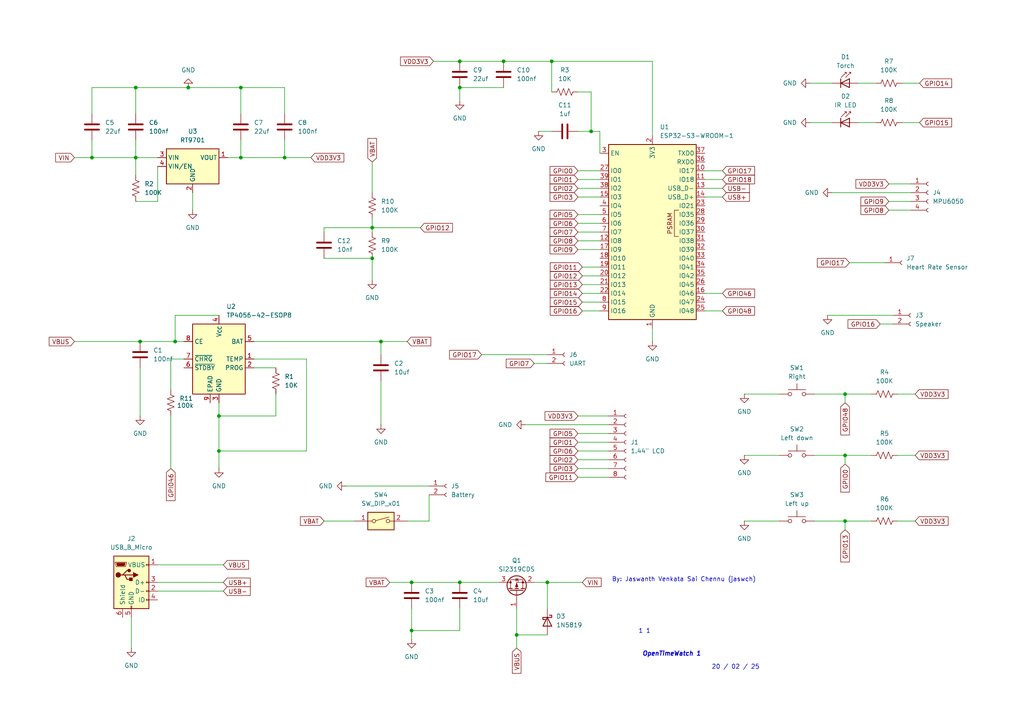
<source format=kicad_sch>
(kicad_sch (version 20250114) (generator "eeschema") (generator_version "9.0")
  (paper "A4")
  (lib_symbols
    (symbol "Battery_Management:TP4056-42-ESOP8"
      (property "Reference" "U" (at -6.604 11.684 0))
      (property "Value" "TP4056-42-ESOP8" (at 10.16 11.684 0))
      (symbol "TP4056-42-ESOP8_1_0"
        (pin input line (at -10.16 5.08 0) (length 2.54) (name "CE") (number "8"))
        (pin open_collector line (at -10.16 0 0) (length 2.54) (name "~{CHRG}") (number "7"))
        (pin open_collector line (at -10.16 -2.54 0) (length 2.54) (name "~{STDBY}") (number "6"))
        (pin passive line (at -2.54 -12.7 90) (length 2.54) (name "EPAD") (number "9"))
        (pin power_in line (at 0 12.7 270) (length 2.54) (name "V_{CC}") (number "4"))
        (pin power_in line (at 0 -12.7 90) (length 2.54) (name "GND") (number "3"))
        (pin power_out line (at 10.16 5.08 180) (length 2.54) (name "BAT") (number "5"))
        (pin input line (at 10.16 0 180) (length 2.54) (name "TEMP") (number "1"))
        (pin passive line (at 10.16 -2.54 180) (length 2.54) (name "PROG") (number "2"))
      )
      (symbol "TP4056-42-ESOP8_1_1"
        (rectangle (start -7.62 10.16) (end 7.62 -10.16) (stroke (width 0.254)) (fill (type background)))
      )
    )
    (symbol "Connector:Conn_01x01_Socket" (pin_names (offset 1.016) (hide yes))
      (property "Reference" "J" (at 0 2.54 0))
      (property "Value" "Conn_01x01_Socket" (at 0 -2.54 0))
      (symbol "Conn_01x01_Socket_1_1"
        (polyline (pts (xy -1.27 0) (xy -0.508 0)) (stroke (width 0.1524)))
        (arc (start 0 -0.508) (mid -0.5058 0) (end 0 0.508) (stroke (width 0.1524)))
        (pin passive line (at -5.08 0 0) (length 3.81) (name "Pin_1") (number "1"))
      )
    )
    (symbol "Connector:Conn_01x02_Socket" (pin_names (offset 1.016) (hide yes))
      (property "Reference" "J" (at 0 2.54 0))
      (property "Value" "Conn_01x02_Socket" (at 0 -5.08 0))
      (symbol "Conn_01x02_Socket_1_1"
        (polyline (pts (xy -1.27 0) (xy -0.508 0)) (stroke (width 0.1524)))
        (polyline (pts (xy -1.27 -2.54) (xy -0.508 -2.54)) (stroke (width 0.1524)))
        (arc (start 0 -0.508) (mid -0.5058 0) (end 0 0.508) (stroke (width 0.1524)))
        (arc (start 0 -3.048) (mid -0.5058 -2.54) (end 0 -2.032) (stroke (width 0.1524)))
        (pin passive line (at -5.08 0 0) (length 3.81) (name "Pin_1") (number "1"))
        (pin passive line (at -5.08 -2.54 0) (length 3.81) (name "Pin_2") (number "2"))
      )
    )
    (symbol "Connector:Conn_01x04_Socket" (pin_names (offset 1.016) (hide yes))
      (property "Reference" "J" (at 0 5.08 0))
      (property "Value" "Conn_01x04_Socket" (at 0 -7.62 0))
      (symbol "Conn_01x04_Socket_1_1"
        (polyline (pts (xy -1.27 2.54) (xy -0.508 2.54)) (stroke (width 0.1524)))
        (polyline (pts (xy -1.27 0) (xy -0.508 0)) (stroke (width 0.1524)))
        (polyline (pts (xy -1.27 -2.54) (xy -0.508 -2.54)) (stroke (width 0.1524)))
        (polyline (pts (xy -1.27 -5.08) (xy -0.508 -5.08)) (stroke (width 0.1524)))
        (arc (start 0 2.032) (mid -0.5058 2.54) (end 0 3.048) (stroke (width 0.1524)))
        (arc (start 0 -0.508) (mid -0.5058 0) (end 0 0.508) (stroke (width 0.1524)))
        (arc (start 0 -3.048) (mid -0.5058 -2.54) (end 0 -2.032) (stroke (width 0.1524)))
        (arc (start 0 -5.588) (mid -0.5058 -5.08) (end 0 -4.572) (stroke (width 0.1524)))
        (pin passive line (at -5.08 2.54 0) (length 3.81) (name "Pin_1") (number "1"))
        (pin passive line (at -5.08 0 0) (length 3.81) (name "Pin_2") (number "2"))
        (pin passive line (at -5.08 -2.54 0) (length 3.81) (name "Pin_3") (number "3"))
        (pin passive line (at -5.08 -5.08 0) (length 3.81) (name "Pin_4") (number "4"))
      )
    )
    (symbol "Connector:Conn_01x08_Socket" (pin_names (offset 1.016) (hide yes))
      (property "Reference" "J" (at 0 10.16 0))
      (property "Value" "Conn_01x08_Socket" (at 0 -12.7 0))
      (symbol "Conn_01x08_Socket_1_1"
        (polyline (pts (xy -1.27 7.62) (xy -0.508 7.62)) (stroke (width 0.1524)))
        (polyline (pts (xy -1.27 5.08) (xy -0.508 5.08)) (stroke (width 0.1524)))
        (polyline (pts (xy -1.27 2.54) (xy -0.508 2.54)) (stroke (width 0.1524)))
        (polyline (pts (xy -1.27 0) (xy -0.508 0)) (stroke (width 0.1524)))
        (polyline (pts (xy -1.27 -2.54) (xy -0.508 -2.54)) (stroke (width 0.1524)))
        (polyline (pts (xy -1.27 -5.08) (xy -0.508 -5.08)) (stroke (width 0.1524)))
        (polyline (pts (xy -1.27 -7.62) (xy -0.508 -7.62)) (stroke (width 0.1524)))
        (polyline (pts (xy -1.27 -10.16) (xy -0.508 -10.16)) (stroke (width 0.1524)))
        (arc (start 0 7.112) (mid -0.5058 7.62) (end 0 8.128) (stroke (width 0.1524)))
        (arc (start 0 4.572) (mid -0.5058 5.08) (end 0 5.588) (stroke (width 0.1524)))
        (arc (start 0 2.032) (mid -0.5058 2.54) (end 0 3.048) (stroke (width 0.1524)))
        (arc (start 0 -0.508) (mid -0.5058 0) (end 0 0.508) (stroke (width 0.1524)))
        (arc (start 0 -3.048) (mid -0.5058 -2.54) (end 0 -2.032) (stroke (width 0.1524)))
        (arc (start 0 -5.588) (mid -0.5058 -5.08) (end 0 -4.572) (stroke (width 0.1524)))
        (arc (start 0 -8.128) (mid -0.5058 -7.62) (end 0 -7.112) (stroke (width 0.1524)))
        (arc (start 0 -10.668) (mid -0.5058 -10.16) (end 0 -9.652) (stroke (width 0.1524)))
        (pin passive line (at -5.08 7.62 0) (length 3.81) (name "Pin_1") (number "1"))
        (pin passive line (at -5.08 5.08 0) (length 3.81) (name "Pin_2") (number "2"))
        (pin passive line (at -5.08 2.54 0) (length 3.81) (name "Pin_3") (number "3"))
        (pin passive line (at -5.08 0 0) (length 3.81) (name "Pin_4") (number "4"))
        (pin passive line (at -5.08 -2.54 0) (length 3.81) (name "Pin_5") (number "5"))
        (pin passive line (at -5.08 -5.08 0) (length 3.81) (name "Pin_6") (number "6"))
        (pin passive line (at -5.08 -7.62 0) (length 3.81) (name "Pin_7") (number "7"))
        (pin passive line (at -5.08 -10.16 0) (length 3.81) (name "Pin_8") (number "8"))
      )
    )
    (symbol "Connector:USB_B_Micro" (pin_names (offset 1.016))
      (property "Reference" "J" (at -5.08 11.43 0))
      (property "Value" "USB_B_Micro" (at -5.08 8.89 0))
      (symbol "USB_B_Micro_0_1"
        (rectangle (start -5.08 -7.62) (end 5.08 7.62) (stroke (width 0.254)) (fill (type background)))
        (polyline (pts (xy -4.699 5.842) (xy -4.699 5.588) (xy -4.445 4.826) (xy -4.445 4.572) (xy -1.651 4.572) (xy -1.651 4.826) (xy -1.397 5.588) (xy -1.397 5.842) (xy -4.699 5.842)))
        (polyline (pts (xy -4.318 5.588) (xy -1.778 5.588) (xy -2.032 4.826) (xy -4.064 4.826) (xy -4.318 5.588)) (fill (type outline)))
        (circle (center -3.81 2.159) (radius 0.635) (stroke (width 0.254)) (fill (type outline)))
        (polyline (pts (xy -3.175 2.159) (xy -2.54 2.159) (xy -1.27 3.429) (xy -0.635 3.429)) (stroke (width 0.254)))
        (polyline (pts (xy -2.54 2.159) (xy -1.905 2.159) (xy -1.27 0.889) (xy 0 0.889)) (stroke (width 0.254)))
        (polyline (pts (xy -1.905 2.159) (xy 0.635 2.159)) (stroke (width 0.254)))
        (circle (center -0.635 3.429) (radius 0.381) (stroke (width 0.254)) (fill (type outline)))
        (rectangle (start -0.127 -7.62) (end 0.127 -6.858))
        (rectangle (start 0.254 1.27) (end -0.508 0.508) (stroke (width 0.254)) (fill (type outline)))
        (polyline (pts (xy 0.635 2.794) (xy 0.635 1.524) (xy 1.905 2.159) (xy 0.635 2.794)) (stroke (width 0.254)) (fill (type outline)))
        (rectangle (start 5.08 4.953) (end 4.318 5.207))
        (rectangle (start 5.08 -0.127) (end 4.318 0.127))
        (rectangle (start 5.08 -2.667) (end 4.318 -2.413))
        (rectangle (start 5.08 -5.207) (end 4.318 -4.953))
      )
      (symbol "USB_B_Micro_1_1"
        (pin passive line (at -2.54 -10.16 90) (length 2.54) (name "Shield") (number "6"))
        (pin power_out line (at 0 -10.16 90) (length 2.54) (name "GND") (number "5"))
        (pin power_out line (at 7.62 5.08 180) (length 2.54) (name "VBUS") (number "1"))
        (pin bidirectional line (at 7.62 0 180) (length 2.54) (name "D+") (number "3"))
        (pin bidirectional line (at 7.62 -2.54 180) (length 2.54) (name "D-") (number "2"))
        (pin passive line (at 7.62 -5.08 180) (length 2.54) (name "ID") (number "4"))
      )
    )
    (symbol "Device:C" (pin_numbers (hide yes)) (pin_names (offset 0.254))
      (property "Reference" "C" (at 0.635 2.54 0))
      (property "Value" "C" (at 0.635 -2.54 0))
      (symbol "C_0_1"
        (polyline (pts (xy -2.032 0.762) (xy 2.032 0.762)) (stroke (width 0.508)))
        (polyline (pts (xy -2.032 -0.762) (xy 2.032 -0.762)) (stroke (width 0.508)))
      )
      (symbol "C_1_1"
        (pin passive line (at 0 3.81 270) (length 2.794) (name "~") (number "1"))
        (pin passive line (at 0 -3.81 90) (length 2.794) (name "~") (number "2"))
      )
    )
    (symbol "Device:R_US" (pin_numbers (hide yes)) (pin_names (offset 0))
      (property "Reference" "R" (at 2.54 0 90))
      (property "Value" "R_US" (at -2.54 0 90))
      (symbol "R_US_0_1"
        (polyline (pts (xy 0 2.286) (xy 0 2.54)))
        (polyline (pts (xy 0 2.286) (xy 1.016 1.905) (xy 0 1.524) (xy -1.016 1.143) (xy 0 0.762)))
        (polyline (pts (xy 0 0.762) (xy 1.016 0.381) (xy 0 0) (xy -1.016 -0.381) (xy 0 -0.762)))
        (polyline (pts (xy 0 -0.762) (xy 1.016 -1.143) (xy 0 -1.524) (xy -1.016 -1.905) (xy 0 -2.286)))
        (polyline (pts (xy 0 -2.286) (xy 0 -2.54)))
      )
      (symbol "R_US_1_1"
        (pin passive line (at 0 3.81 270) (length 1.27) (name "~") (number "1"))
        (pin passive line (at 0 -3.81 90) (length 1.27) (name "~") (number "2"))
      )
    )
    (symbol "Diode:1N5819" (pin_numbers (hide yes)) (pin_names (offset 1.016) (hide yes))
      (property "Reference" "D" (at 0 2.54 0))
      (property "Value" "1N5819" (at 0 -2.54 0))
      (symbol "1N5819_0_1"
        (polyline (pts (xy -1.905 0.635) (xy -1.905 1.27) (xy -1.27 1.27) (xy -1.27 -1.27) (xy -0.635 -1.27) (xy -0.635 -0.635)) (stroke (width 0.254)))
        (polyline (pts (xy 1.27 1.27) (xy 1.27 -1.27) (xy -1.27 0) (xy 1.27 1.27)) (stroke (width 0.254)))
        (polyline (pts (xy 1.27 0) (xy -1.27 0)))
      )
      (symbol "1N5819_1_1"
        (pin passive line (at -3.81 0 0) (length 2.54) (name "K") (number "1"))
        (pin passive line (at 3.81 0 180) (length 2.54) (name "A") (number "2"))
      )
    )
    (symbol "LED:IR204A" (pin_numbers (hide yes)) (pin_names (offset 1.016) (hide yes))
      (property "Reference" "D" (at 0.508 1.778 0))
      (property "Value" "IR204A" (at -1.016 -2.794 0))
      (symbol "IR204A_0_1"
        (polyline (pts (xy -2.54 1.27) (xy -2.54 -1.27)) (stroke (width 0.254)))
        (polyline (pts (xy -2.413 1.651) (xy -0.889 3.175) (xy -0.889 2.667) (xy -0.889 3.175) (xy -1.397 3.175)))
        (polyline (pts (xy -1.143 1.651) (xy 0.381 3.175) (xy 0.381 2.667)))
        (polyline (pts (xy 0 1.27) (xy -2.54 0) (xy 0 -1.27) (xy 0 1.27)) (stroke (width 0.254)))
        (polyline (pts (xy 0 0) (xy -2.54 0)))
        (polyline (pts (xy 0.381 3.175) (xy -0.127 3.175)))
      )
      (symbol "IR204A_1_1"
        (pin passive line (at -5.08 0 0) (length 2.54) (name "K") (number "1"))
        (pin passive line (at 2.54 0 180) (length 2.54) (name "A") (number "2"))
      )
    )
    (symbol "Power_Management:RT9701"
      (property "Reference" "U" (at 0 6.35 0))
      (property "Value" "RT9701" (at 5.08 -6.35 0))
      (symbol "RT9701_0_1"
        (rectangle (start -7.62 5.08) (end 7.62 -5.08) (stroke (width 0.254)) (fill (type background)))
      )
      (symbol "RT9701_1_1"
        (pin power_in line (at -10.16 2.54 0) (length 2.54) (name "VIN") (number "3"))
        (pin input line (at -10.16 0 0) (length 2.54) (name "VIN/EN") (number "4"))
        (pin power_in line (at 0 -7.62 90) (length 2.54) (name "GND") (number "2"))
        (pin power_out line (at 10.16 2.54 180) (length 2.54) (name "VOUT") (number "1"))
        (pin passive line (at 10.16 2.54 180) (length 2.54) (hide yes) (name "VOUT") (number "5"))
      )
    )
    (symbol "RF_Module:ESP32-S3-WROOM-1"
      (property "Reference" "U" (at -12.7 26.67 0))
      (property "Value" "ESP32-S3-WROOM-1" (at 12.7 26.67 0))
      (symbol "ESP32-S3-WROOM-1_0_0"
        (rectangle (start -12.7 25.4) (end 12.7 -25.4) (stroke (width 0.254)) (fill (type background)))
        (text "PSRAM" (at 5.08 2.54 900) (effects (font (size 1.27 1.27))))
      )
      (symbol "ESP32-S3-WROOM-1_0_1"
        (polyline (pts (xy 7.62 -1.27) (xy 6.35 -1.27) (xy 6.35 6.35) (xy 7.62 6.35)))
      )
      (symbol "ESP32-S3-WROOM-1_1_1"
        (pin input line (at -15.24 22.86 0) (length 2.54) (name "EN") (number "3"))
        (pin bidirectional line (at -15.24 17.78 0) (length 2.54) (name "IO0") (number "27"))
        (pin bidirectional line (at -15.24 15.24 0) (length 2.54) (name "IO1") (number "39"))
        (pin bidirectional line (at -15.24 12.7 0) (length 2.54) (name "IO2") (number "38"))
        (pin bidirectional line (at -15.24 10.16 0) (length 2.54) (name "IO3") (number "15"))
        (pin bidirectional line (at -15.24 7.62 0) (length 2.54) (name "IO4") (number "4"))
        (pin bidirectional line (at -15.24 5.08 0) (length 2.54) (name "IO5") (number "5"))
        (pin bidirectional line (at -15.24 2.54 0) (length 2.54) (name "IO6") (number "6"))
        (pin bidirectional line (at -15.24 0 0) (length 2.54) (name "IO7") (number "7"))
        (pin bidirectional line (at -15.24 -2.54 0) (length 2.54) (name "IO8") (number "12"))
        (pin bidirectional line (at -15.24 -5.08 0) (length 2.54) (name "IO9") (number "17"))
        (pin bidirectional line (at -15.24 -7.62 0) (length 2.54) (name "IO10") (number "18"))
        (pin bidirectional line (at -15.24 -10.16 0) (length 2.54) (name "IO11") (number "19"))
        (pin bidirectional line (at -15.24 -12.7 0) (length 2.54) (name "IO12") (number "20"))
        (pin bidirectional line (at -15.24 -15.24 0) (length 2.54) (name "IO13") (number "21"))
        (pin bidirectional line (at -15.24 -17.78 0) (length 2.54) (name "IO14") (number "22"))
        (pin bidirectional line (at -15.24 -20.32 0) (length 2.54) (name "IO15") (number "8"))
        (pin bidirectional line (at -15.24 -22.86 0) (length 2.54) (name "IO16") (number "9"))
        (pin power_in line (at 0 27.94 270) (length 2.54) (name "3V3") (number "2"))
        (pin power_in line (at 0 -27.94 90) (length 2.54) (name "GND") (number "1"))
        (pin passive line (at 0 -27.94 90) (length 2.54) (hide yes) (name "GND") (number "40"))
        (pin passive line (at 0 -27.94 90) (length 2.54) (hide yes) (name "GND") (number "41"))
        (pin bidirectional line (at 15.24 22.86 180) (length 2.54) (name "TXD0") (number "37"))
        (pin bidirectional line (at 15.24 20.32 180) (length 2.54) (name "RXD0") (number "36"))
        (pin bidirectional line (at 15.24 17.78 180) (length 2.54) (name "IO17") (number "10"))
        (pin bidirectional line (at 15.24 15.24 180) (length 2.54) (name "IO18") (number "11"))
        (pin bidirectional line (at 15.24 12.7 180) (length 2.54) (name "USB_D-") (number "13"))
        (pin bidirectional line (at 15.24 10.16 180) (length 2.54) (name "USB_D+") (number "14"))
        (pin bidirectional line (at 15.24 7.62 180) (length 2.54) (name "IO21") (number "23"))
        (pin bidirectional line (at 15.24 5.08 180) (length 2.54) (name "IO35") (number "28"))
        (pin bidirectional line (at 15.24 2.54 180) (length 2.54) (name "IO36") (number "29"))
        (pin bidirectional line (at 15.24 0 180) (length 2.54) (name "IO37") (number "30"))
        (pin bidirectional line (at 15.24 -2.54 180) (length 2.54) (name "IO38") (number "31"))
        (pin bidirectional line (at 15.24 -5.08 180) (length 2.54) (name "IO39") (number "32"))
        (pin bidirectional line (at 15.24 -7.62 180) (length 2.54) (name "IO40") (number "33"))
        (pin bidirectional line (at 15.24 -10.16 180) (length 2.54) (name "IO41") (number "34"))
        (pin bidirectional line (at 15.24 -12.7 180) (length 2.54) (name "IO42") (number "35"))
        (pin bidirectional line (at 15.24 -15.24 180) (length 2.54) (name "IO45") (number "26"))
        (pin bidirectional line (at 15.24 -17.78 180) (length 2.54) (name "IO46") (number "16"))
        (pin bidirectional line (at 15.24 -20.32 180) (length 2.54) (name "IO47") (number "24"))
        (pin bidirectional line (at 15.24 -22.86 180) (length 2.54) (name "IO48") (number "25"))
      )
    )
    (symbol "Switch:SW_DIP_x01" (pin_names (offset 0) (hide yes))
      (property "Reference" "SW" (at 0 3.81 0))
      (property "Value" "SW_DIP_x01" (at 0 -3.81 0))
      (symbol "SW_DIP_x01_0_0"
        (circle (center -2.032 0) (radius 0.508))
        (polyline (pts (xy -1.524 0.127) (xy 2.3622 1.1684)))
        (circle (center 2.032 0) (radius 0.508))
      )
      (symbol "SW_DIP_x01_0_1"
        (rectangle (start -3.81 2.54) (end 3.81 -2.54) (stroke (width 0.254)) (fill (type background)))
      )
      (symbol "SW_DIP_x01_1_1"
        (pin passive line (at -7.62 0 0) (length 5.08) (name "~") (number "1"))
        (pin passive line (at 7.62 0 180) (length 5.08) (name "~") (number "2"))
      )
    )
    (symbol "Switch:SW_Push" (pin_numbers (hide yes)) (pin_names (offset 1.016) (hide yes))
      (property "Reference" "SW" (at 1.27 2.54 0))
      (property "Value" "SW_Push" (at 0 -1.524 0))
      (symbol "SW_Push_0_1"
        (circle (center -2.032 0) (radius 0.508))
        (polyline (pts (xy 0 1.27) (xy 0 3.048)))
        (circle (center 2.032 0) (radius 0.508))
        (polyline (pts (xy 2.54 1.27) (xy -2.54 1.27)))
        (pin passive line (at -5.08 0 0) (length 2.54) (name "1") (number "1"))
        (pin passive line (at 5.08 0 180) (length 2.54) (name "2") (number "2"))
      )
    )
    (symbol "Transistor_FET:Si2319CDS" (pin_names (hide yes))
      (property "Reference" "Q" (at 5.08 1.905 0))
      (property "Value" "Si2319CDS" (at 5.08 0 0))
      (symbol "Si2319CDS_0_1"
        (polyline (pts (xy 0.254 1.905) (xy 0.254 -1.905)) (stroke (width 0.254)))
        (polyline (pts (xy 0.254 0) (xy -2.54 0)))
        (polyline (pts (xy 0.762 2.286) (xy 0.762 1.27)) (stroke (width 0.254)))
        (polyline (pts (xy 0.762 1.778) (xy 3.302 1.778) (xy 3.302 -1.778) (xy 0.762 -1.778)))
        (polyline (pts (xy 0.762 0.508) (xy 0.762 -0.508)) (stroke (width 0.254)))
        (polyline (pts (xy 0.762 -1.27) (xy 0.762 -2.286)) (stroke (width 0.254)))
        (circle (center 1.651 0) (radius 2.794) (stroke (width 0.254)))
        (polyline (pts (xy 2.286 0) (xy 1.27 0.381) (xy 1.27 -0.381) (xy 2.286 0)) (fill (type outline)))
        (polyline (pts (xy 2.54 2.54) (xy 2.54 1.778)))
        (circle (center 2.54 1.778) (radius 0.254) (fill (type outline)))
        (circle (center 2.54 -1.778) (radius 0.254) (fill (type outline)))
        (polyline (pts (xy 2.54 -2.54) (xy 2.54 0) (xy 0.762 0)))
        (polyline (pts (xy 2.794 -0.508) (xy 2.921 -0.381) (xy 3.683 -0.381) (xy 3.81 -0.254)))
        (polyline (pts (xy 3.302 -0.381) (xy 2.921 0.254) (xy 3.683 0.254) (xy 3.302 -0.381)))
      )
      (symbol "Si2319CDS_1_1"
        (pin input line (at -5.08 0 0) (length 2.54) (name "G") (number "1"))
        (pin passive line (at 2.54 5.08 270) (length 2.54) (name "D") (number "3"))
        (pin passive line (at 2.54 -5.08 90) (length 2.54) (name "S") (number "2"))
      )
    )
    (symbol "power:GND" (power) (pin_numbers (hide yes)) (pin_names (offset 0) (hide yes))
      (property "Value" "GND" (at 0 -3.81 0))
      (symbol "GND_0_1"
        (polyline (pts (xy 0 0) (xy 0 -1.27) (xy 1.27 -1.27) (xy 0 -2.54) (xy -1.27 -1.27) (xy 0 -1.27)))
      )
      (symbol "GND_1_1"
        (pin power_in line (at 0 0 270) (length 0) (name "~") (number "1"))
      )
    )
  )
  (text "1 1" (at 186.944 183.134 0) (effects (font (size 1.27 1.27))))
  (text "20 / 02 / 25" (at 213.36 193.548 0) (effects (font (size 1.27 1.27))))
  (text "By: Jaswanth Venkata Sai Chennu (jaswch)" (at 198.374 168.148 0) (effects (font (size 1.27 1.27))))
  (text "OpenTimeWatch 1" (at 194.818 189.738 0) (effects (font (size 1.27 1.27) (thickness 0.254) (bold yes) (italic yes))))
  (junction (at 171.45 38.1))
  (junction (at 50.8 99.06))
  (junction (at 245.11 151.13))
  (junction (at 63.5 130.81))
  (junction (at 158.75 168.91))
  (junction (at 69.85 25.4))
  (junction (at 245.11 132.08))
  (junction (at 110.49 99.06))
  (junction (at 119.38 168.91))
  (junction (at 39.37 25.4))
  (junction (at 133.35 17.78))
  (junction (at 54.61 25.4))
  (junction (at 39.37 45.72))
  (junction (at 107.95 74.93))
  (junction (at 69.85 45.72))
  (junction (at 133.35 25.4))
  (junction (at 107.95 66.04))
  (junction (at 63.5 120.65))
  (junction (at 133.35 168.91))
  (junction (at 26.67 45.72))
  (junction (at 245.11 114.3))
  (junction (at 160.02 17.78))
  (junction (at 82.55 45.72))
  (junction (at 119.38 182.88))
  (junction (at 146.05 17.78))
  (junction (at 149.86 184.15))
  (junction (at 40.64 99.06))
  (wire (pts (xy 215.9 132.08) (xy 226.06 132.08)))
  (wire (pts (xy 80.01 120.65) (xy 63.5 120.65)))
  (wire (pts (xy 167.64 72.39) (xy 173.99 72.39)))
  (wire (pts (xy 245.11 153.67) (xy 245.11 151.13)))
  (wire (pts (xy 215.9 151.13) (xy 226.06 151.13)))
  (wire (pts (xy 133.35 25.4) (xy 133.35 29.21)))
  (wire (pts (xy 234.95 35.56) (xy 241.3 35.56)))
  (wire (pts (xy 149.86 184.15) (xy 158.75 184.15)))
  (wire (pts (xy 39.37 45.72) (xy 45.72 45.72)))
  (wire (pts (xy 133.35 17.78) (xy 146.05 17.78)))
  (wire (pts (xy 133.35 182.88) (xy 119.38 182.88)))
  (wire (pts (xy 133.35 168.91) (xy 144.78 168.91)))
  (wire (pts (xy 257.81 58.42) (xy 264.16 58.42)))
  (wire (pts (xy 234.95 24.13) (xy 241.3 24.13)))
  (wire (pts (xy 167.64 67.31) (xy 173.99 67.31)))
  (wire (pts (xy 93.98 67.31) (xy 93.98 66.04)))
  (wire (pts (xy 69.85 45.72) (xy 82.55 45.72)))
  (wire (pts (xy 119.38 168.91) (xy 133.35 168.91)))
  (wire (pts (xy 133.35 25.4) (xy 146.05 25.4)))
  (wire (pts (xy 240.03 91.44) (xy 259.08 91.44)))
  (wire (pts (xy 125.73 17.78) (xy 133.35 17.78)))
  (wire (pts (xy 167.64 135.89) (xy 176.53 135.89)))
  (wire (pts (xy 107.95 74.93) (xy 107.95 81.28)))
  (wire (pts (xy 168.91 82.55) (xy 173.99 82.55)))
  (wire (pts (xy 45.72 168.91) (xy 64.77 168.91)))
  (wire (pts (xy 167.64 130.81) (xy 176.53 130.81)))
  (wire (pts (xy 154.94 168.91) (xy 158.75 168.91)))
  (wire (pts (xy 93.98 74.93) (xy 107.95 74.93)))
  (wire (pts (xy 167.64 49.53) (xy 173.99 49.53)))
  (wire (pts (xy 39.37 25.4) (xy 54.61 25.4)))
  (wire (pts (xy 107.95 63.5) (xy 107.95 66.04)))
  (wire (pts (xy 246.38 76.2) (xy 256.54 76.2)))
  (wire (pts (xy 69.85 25.4) (xy 69.85 33.02)))
  (wire (pts (xy 39.37 58.42) (xy 45.72 58.42)))
  (wire (pts (xy 69.85 25.4) (xy 54.61 25.4)))
  (wire (pts (xy 113.03 168.91) (xy 119.38 168.91)))
  (wire (pts (xy 260.35 132.08) (xy 265.43 132.08)))
  (wire (pts (xy 152.4 123.19) (xy 176.53 123.19)))
  (wire (pts (xy 167.64 128.27) (xy 176.53 128.27)))
  (wire (pts (xy 69.85 40.64) (xy 69.85 45.72)))
  (wire (pts (xy 133.35 176.53) (xy 133.35 182.88)))
  (wire (pts (xy 248.92 35.56) (xy 254 35.56)))
  (wire (pts (xy 168.91 90.17) (xy 173.99 90.17)))
  (wire (pts (xy 167.64 133.35) (xy 176.53 133.35)))
  (wire (pts (xy 55.88 55.88) (xy 55.88 60.96)))
  (wire (pts (xy 158.75 168.91) (xy 158.75 176.53)))
  (wire (pts (xy 167.64 64.77) (xy 173.99 64.77)))
  (wire (pts (xy 149.86 176.53) (xy 149.86 184.15)))
  (wire (pts (xy 139.7 102.87) (xy 158.75 102.87)))
  (wire (pts (xy 63.5 135.89) (xy 63.5 130.81)))
  (wire (pts (xy 167.64 26.67) (xy 171.45 26.67)))
  (wire (pts (xy 260.35 151.13) (xy 265.43 151.13)))
  (wire (pts (xy 154.94 105.41) (xy 158.75 105.41)))
  (wire (pts (xy 204.47 52.07) (xy 209.55 52.07)))
  (wire (pts (xy 245.11 134.62) (xy 245.11 132.08)))
  (wire (pts (xy 21.59 99.06) (xy 40.64 99.06)))
  (wire (pts (xy 63.5 116.84) (xy 63.5 120.65)))
  (wire (pts (xy 236.22 114.3) (xy 245.11 114.3)))
  (wire (pts (xy 39.37 40.64) (xy 39.37 45.72)))
  (wire (pts (xy 26.67 33.02) (xy 26.67 25.4)))
  (wire (pts (xy 50.8 91.44) (xy 50.8 99.06)))
  (wire (pts (xy 93.98 66.04) (xy 107.95 66.04)))
  (wire (pts (xy 63.5 91.44) (xy 50.8 91.44)))
  (wire (pts (xy 119.38 176.53) (xy 119.38 182.88)))
  (wire (pts (xy 107.95 66.04) (xy 107.95 67.31)))
  (wire (pts (xy 88.9 130.81) (xy 63.5 130.81)))
  (wire (pts (xy 168.91 80.01) (xy 173.99 80.01)))
  (wire (pts (xy 160.02 17.78) (xy 146.05 17.78)))
  (wire (pts (xy 160.02 17.78) (xy 160.02 26.67)))
  (wire (pts (xy 149.86 184.15) (xy 149.86 187.96)))
  (wire (pts (xy 236.22 151.13) (xy 245.11 151.13)))
  (wire (pts (xy 124.46 151.13) (xy 118.11 151.13)))
  (wire (pts (xy 236.22 132.08) (xy 245.11 132.08)))
  (wire (pts (xy 255.27 93.98) (xy 259.08 93.98)))
  (wire (pts (xy 40.64 99.06) (xy 50.8 99.06)))
  (wire (pts (xy 100.33 140.97) (xy 124.46 140.97)))
  (wire (pts (xy 49.53 120.65) (xy 49.53 135.89)))
  (wire (pts (xy 110.49 99.06) (xy 118.11 99.06)))
  (wire (pts (xy 107.95 66.04) (xy 121.92 66.04)))
  (wire (pts (xy 45.72 171.45) (xy 64.77 171.45)))
  (wire (pts (xy 189.23 17.78) (xy 160.02 17.78)))
  (wire (pts (xy 110.49 99.06) (xy 110.49 102.87)))
  (wire (pts (xy 171.45 26.67) (xy 171.45 38.1)))
  (wire (pts (xy 167.64 52.07) (xy 173.99 52.07)))
  (wire (pts (xy 21.59 45.72) (xy 26.67 45.72)))
  (wire (pts (xy 124.46 143.51) (xy 124.46 151.13)))
  (wire (pts (xy 167.64 125.73) (xy 176.53 125.73)))
  (wire (pts (xy 189.23 95.25) (xy 189.23 99.06)))
  (wire (pts (xy 167.64 120.65) (xy 176.53 120.65)))
  (wire (pts (xy 73.66 104.14) (xy 88.9 104.14)))
  (wire (pts (xy 167.64 62.23) (xy 173.99 62.23)))
  (wire (pts (xy 245.11 114.3) (xy 252.73 114.3)))
  (wire (pts (xy 245.11 132.08) (xy 252.73 132.08)))
  (wire (pts (xy 38.1 179.07) (xy 38.1 187.96)))
  (wire (pts (xy 204.47 54.61) (xy 209.55 54.61)))
  (wire (pts (xy 245.11 116.84) (xy 245.11 114.3)))
  (wire (pts (xy 204.47 85.09) (xy 209.55 85.09)))
  (wire (pts (xy 107.95 46.99) (xy 107.95 55.88)))
  (wire (pts (xy 45.72 163.83) (xy 64.77 163.83)))
  (wire (pts (xy 39.37 45.72) (xy 39.37 50.8)))
  (wire (pts (xy 50.8 99.06) (xy 53.34 99.06)))
  (wire (pts (xy 245.11 151.13) (xy 252.73 151.13)))
  (wire (pts (xy 167.64 138.43) (xy 176.53 138.43)))
  (wire (pts (xy 82.55 45.72) (xy 90.17 45.72)))
  (wire (pts (xy 167.64 69.85) (xy 173.99 69.85)))
  (wire (pts (xy 248.92 24.13) (xy 254 24.13)))
  (wire (pts (xy 82.55 33.02) (xy 82.55 25.4)))
  (wire (pts (xy 173.99 44.45) (xy 173.99 38.1)))
  (wire (pts (xy 260.35 114.3) (xy 265.43 114.3)))
  (wire (pts (xy 45.72 58.42) (xy 45.72 48.26)))
  (wire (pts (xy 204.47 90.17) (xy 209.55 90.17)))
  (wire (pts (xy 173.99 38.1) (xy 171.45 38.1)))
  (wire (pts (xy 261.62 24.13) (xy 266.7 24.13)))
  (wire (pts (xy 241.3 55.88) (xy 264.16 55.88)))
  (wire (pts (xy 39.37 25.4) (xy 39.37 33.02)))
  (wire (pts (xy 40.64 106.68) (xy 40.64 120.65)))
  (wire (pts (xy 257.81 53.34) (xy 264.16 53.34)))
  (wire (pts (xy 168.91 77.47) (xy 173.99 77.47)))
  (wire (pts (xy 156.21 38.1) (xy 160.02 38.1)))
  (wire (pts (xy 171.45 38.1) (xy 167.64 38.1)))
  (wire (pts (xy 26.67 25.4) (xy 39.37 25.4)))
  (wire (pts (xy 73.66 106.68) (xy 80.01 106.68)))
  (wire (pts (xy 26.67 40.64) (xy 26.67 45.72)))
  (wire (pts (xy 82.55 40.64) (xy 82.55 45.72)))
  (wire (pts (xy 168.91 87.63) (xy 173.99 87.63)))
  (wire (pts (xy 63.5 130.81) (xy 63.5 120.65)))
  (wire (pts (xy 73.66 99.06) (xy 110.49 99.06)))
  (wire (pts (xy 204.47 49.53) (xy 209.55 49.53)))
  (wire (pts (xy 168.91 85.09) (xy 173.99 85.09)))
  (wire (pts (xy 53.34 104.14) (xy 49.53 104.14)))
  (wire (pts (xy 261.62 35.56) (xy 266.7 35.56)))
  (wire (pts (xy 93.98 151.13) (xy 102.87 151.13)))
  (wire (pts (xy 26.67 45.72) (xy 39.37 45.72)))
  (wire (pts (xy 49.53 104.14) (xy 49.53 113.03)))
  (wire (pts (xy 257.81 60.96) (xy 264.16 60.96)))
  (wire (pts (xy 66.04 45.72) (xy 69.85 45.72)))
  (wire (pts (xy 88.9 104.14) (xy 88.9 130.81)))
  (wire (pts (xy 189.23 39.37) (xy 189.23 17.78)))
  (wire (pts (xy 167.64 57.15) (xy 173.99 57.15)))
  (wire (pts (xy 215.9 114.3) (xy 226.06 114.3)))
  (wire (pts (xy 158.75 168.91) (xy 168.91 168.91)))
  (wire (pts (xy 82.55 25.4) (xy 69.85 25.4)))
  (wire (pts (xy 204.47 57.15) (xy 209.55 57.15)))
  (wire (pts (xy 119.38 182.88) (xy 119.38 185.42)))
  (wire (pts (xy 167.64 54.61) (xy 173.99 54.61)))
  (wire (pts (xy 80.01 114.3) (xy 80.01 120.65)))
  (wire (pts (xy 110.49 110.49) (xy 110.49 123.19)))
  (global_label "VBUS" (shape input) (at 64.77 163.83 0) (property "Intersheetrefs" "${INTERSHEET_REFS}" (effects (hide yes))))
  (global_label "GPIO8" (shape input) (at 257.81 60.96 180) (property "Intersheetrefs" "${INTERSHEET_REFS}" (effects (hide yes))))
  (global_label "VIN" (shape input) (at 168.91 168.91 0) (property "Intersheetrefs" "${INTERSHEET_REFS}" (effects (hide yes))))
  (global_label "GPIO17" (shape input) (at 246.38 76.2 180) (property "Intersheetrefs" "${INTERSHEET_REFS}" (effects (hide yes))))
  (global_label "GPIO13" (shape input) (at 245.11 153.67 270) (property "Intersheetrefs" "${INTERSHEET_REFS}" (effects (hide yes))))
  (global_label "GPIO14" (shape input) (at 168.91 85.09 180) (property "Intersheetrefs" "${INTERSHEET_REFS}" (effects (hide yes))))
  (global_label "GPIO48" (shape input) (at 209.55 90.17 0) (property "Intersheetrefs" "${INTERSHEET_REFS}" (effects (hide yes))))
  (global_label "GPIO12" (shape input) (at 121.92 66.04 0) (property "Intersheetrefs" "${INTERSHEET_REFS}" (effects (hide yes))))
  (global_label "GPIO46" (shape input) (at 209.55 85.09 0) (property "Intersheetrefs" "${INTERSHEET_REFS}" (effects (hide yes))))
  (global_label "GPIO9" (shape input) (at 167.64 72.39 180) (property "Intersheetrefs" "${INTERSHEET_REFS}" (effects (hide yes))))
  (global_label "GPIO6" (shape input) (at 167.64 64.77 180) (property "Intersheetrefs" "${INTERSHEET_REFS}" (effects (hide yes))))
  (global_label "VBAT" (shape input) (at 93.98 151.13 180) (property "Intersheetrefs" "${INTERSHEET_REFS}" (effects (hide yes))))
  (global_label "VDD3V3" (shape input) (at 167.64 120.65 180) (property "Intersheetrefs" "${INTERSHEET_REFS}" (effects (hide yes))))
  (global_label "GPIO1" (shape input) (at 167.64 52.07 180) (property "Intersheetrefs" "${INTERSHEET_REFS}" (effects (hide yes))))
  (global_label "VBAT" (shape input) (at 107.95 46.99 90) (property "Intersheetrefs" "${INTERSHEET_REFS}" (effects (hide yes))))
  (global_label "GPIO11" (shape input) (at 167.64 138.43 180) (property "Intersheetrefs" "${INTERSHEET_REFS}" (effects (hide yes))))
  (global_label "GPIO15" (shape input) (at 168.91 87.63 180) (property "Intersheetrefs" "${INTERSHEET_REFS}" (effects (hide yes))))
  (global_label "VDD3V3" (shape input) (at 265.43 151.13 0) (property "Intersheetrefs" "${INTERSHEET_REFS}" (effects (hide yes))))
  (global_label "GPIO17" (shape input) (at 139.7 102.87 180) (property "Intersheetrefs" "${INTERSHEET_REFS}" (effects (hide yes))))
  (global_label "GPIO7" (shape input) (at 167.64 67.31 180) (property "Intersheetrefs" "${INTERSHEET_REFS}" (effects (hide yes))))
  (global_label "GPIO3" (shape input) (at 167.64 57.15 180) (property "Intersheetrefs" "${INTERSHEET_REFS}" (effects (hide yes))))
  (global_label "GPIO15" (shape input) (at 266.7 35.56 0) (property "Intersheetrefs" "${INTERSHEET_REFS}" (effects (hide yes))))
  (global_label "GPIO16" (shape input) (at 168.91 90.17 180) (property "Intersheetrefs" "${INTERSHEET_REFS}" (effects (hide yes))))
  (global_label "GPIO8" (shape input) (at 167.64 69.85 180) (property "Intersheetrefs" "${INTERSHEET_REFS}" (effects (hide yes))))
  (global_label "VDD3V3" (shape input) (at 125.73 17.78 180) (property "Intersheetrefs" "${INTERSHEET_REFS}" (effects (hide yes))))
  (global_label "GPIO16" (shape input) (at 255.27 93.98 180) (property "Intersheetrefs" "${INTERSHEET_REFS}" (effects (hide yes))))
  (global_label "VDD3V3" (shape input) (at 257.81 53.34 180) (property "Intersheetrefs" "${INTERSHEET_REFS}" (effects (hide yes))))
  (global_label "USB-" (shape input) (at 209.55 54.61 0) (property "Intersheetrefs" "${INTERSHEET_REFS}" (effects (hide yes))))
  (global_label "GPIO18" (shape input) (at 209.55 52.07 0) (property "Intersheetrefs" "${INTERSHEET_REFS}" (effects (hide yes))))
  (global_label "GPIO9" (shape input) (at 257.81 58.42 180) (property "Intersheetrefs" "${INTERSHEET_REFS}" (effects (hide yes))))
  (global_label "GPIO13" (shape input) (at 168.91 82.55 180) (property "Intersheetrefs" "${INTERSHEET_REFS}" (effects (hide yes))))
  (global_label "GPIO7" (shape input) (at 154.94 105.41 180) (property "Intersheetrefs" "${INTERSHEET_REFS}" (effects (hide yes))))
  (global_label "VBUS" (shape input) (at 149.86 187.96 270) (property "Intersheetrefs" "${INTERSHEET_REFS}" (effects (hide yes))))
  (global_label "GPIO17" (shape input) (at 209.55 49.53 0) (property "Intersheetrefs" "${INTERSHEET_REFS}" (effects (hide yes))))
  (global_label "USB+" (shape input) (at 64.77 168.91 0) (property "Intersheetrefs" "${INTERSHEET_REFS}" (effects (hide yes))))
  (global_label "VIN" (shape input) (at 21.59 45.72 180) (property "Intersheetrefs" "${INTERSHEET_REFS}" (effects (hide yes))))
  (global_label "GPIO6" (shape input) (at 167.64 130.81 180) (property "Intersheetrefs" "${INTERSHEET_REFS}" (effects (hide yes))))
  (global_label "GPIO5" (shape input) (at 167.64 125.73 180) (property "Intersheetrefs" "${INTERSHEET_REFS}" (effects (hide yes))))
  (global_label "VBAT" (shape input) (at 118.11 99.06 0) (property "Intersheetrefs" "${INTERSHEET_REFS}" (effects (hide yes))))
  (global_label "VDD3V3" (shape input) (at 265.43 132.08 0) (property "Intersheetrefs" "${INTERSHEET_REFS}" (effects (hide yes))))
  (global_label "VDD3V3" (shape input) (at 90.17 45.72 0) (property "Intersheetrefs" "${INTERSHEET_REFS}" (effects (hide yes))))
  (global_label "GPIO46" (shape input) (at 49.53 135.89 270) (property "Intersheetrefs" "${INTERSHEET_REFS}" (effects (hide yes))))
  (global_label "GPIO5" (shape input) (at 167.64 62.23 180) (property "Intersheetrefs" "${INTERSHEET_REFS}" (effects (hide yes))))
  (global_label "GPIO12" (shape input) (at 168.91 80.01 180) (property "Intersheetrefs" "${INTERSHEET_REFS}" (effects (hide yes))))
  (global_label "GPIO0" (shape input) (at 167.64 49.53 180) (property "Intersheetrefs" "${INTERSHEET_REFS}" (effects (hide yes))))
  (global_label "USB-" (shape input) (at 64.77 171.45 0) (property "Intersheetrefs" "${INTERSHEET_REFS}" (effects (hide yes))))
  (global_label "GPIO0" (shape input) (at 245.11 134.62 270) (property "Intersheetrefs" "${INTERSHEET_REFS}" (effects (hide yes))))
  (global_label "GPIO48" (shape input) (at 245.11 116.84 270) (property "Intersheetrefs" "${INTERSHEET_REFS}" (effects (hide yes))))
  (global_label "USB+" (shape input) (at 209.55 57.15 0) (property "Intersheetrefs" "${INTERSHEET_REFS}" (effects (hide yes))))
  (global_label "GPIO14" (shape input) (at 266.7 24.13 0) (property "Intersheetrefs" "${INTERSHEET_REFS}" (effects (hide yes))))
  (global_label "GPIO11" (shape input) (at 168.91 77.47 180) (property "Intersheetrefs" "${INTERSHEET_REFS}" (effects (hide yes))))
  (global_label "GPIO1" (shape input) (at 167.64 128.27 180) (property "Intersheetrefs" "${INTERSHEET_REFS}" (effects (hide yes))))
  (global_label "GPIO2" (shape input) (at 167.64 133.35 180) (property "Intersheetrefs" "${INTERSHEET_REFS}" (effects (hide yes))))
  (global_label "GPIO3" (shape input) (at 167.64 135.89 180) (property "Intersheetrefs" "${INTERSHEET_REFS}" (effects (hide yes))))
  (global_label "VDD3V3" (shape input) (at 265.43 114.3 0) (property "Intersheetrefs" "${INTERSHEET_REFS}" (effects (hide yes))))
  (global_label "VBUS" (shape input) (at 21.59 99.06 180) (property "Intersheetrefs" "${INTERSHEET_REFS}" (effects (hide yes))))
  (global_label "GPIO2" (shape input) (at 167.64 54.61 180) (property "Intersheetrefs" "${INTERSHEET_REFS}" (effects (hide yes))))
  (global_label "VBAT" (shape input) (at 113.03 168.91 180) (property "Intersheetrefs" "${INTERSHEET_REFS}" (effects (hide yes))))
  (symbol (lib_id "Battery_Management:TP4056-42-ESOP8") (at 63.5 104.14 0) (unit 1)
    (property "Reference" "U2" (at 65.6433 88.9 0) (effects (justify left)))
    (property "Value" "TP4056-42-ESOP8" (at 65.6433 91.44 0) (effects (justify left)))
    (property "Footprint" "Package_SO:SOIC-8-1EP_3.9x4.9mm_P1.27mm_EP2.41x3.3mm_ThermalVias" (effects (hide yes)))
    (property "Datasheet" "https://www.lcsc.com/datasheet/lcsc_datasheet_2410121619_TOPPOWER-Nanjing-Extension-Microelectronics-TP4056-42-ESOP8_C16581.pdf" (effects (hide yes)))
    (property "Description" "1A Standalone Linear Li-ion/LiPo single-cell battery charger, 4.2V ±1% charge voltage, VCC = 4.0..8.0V, SOIC-8 (SOP-8)" (effects (hide yes)))
  )
  (symbol (lib_id "Device:C") (at 133.35 21.59 0) (unit 1)
    (property "Reference" "C9" (at 137.16 20.3199 0) (effects (justify left)))
    (property "Value" "22uf" (at 137.16 22.8599 0) (effects (justify left)))
    (property "Description" "Unpolarized capacitor" (effects (hide yes)))
  )
  (symbol (lib_id "Device:R_US") (at 107.95 59.69 0) (unit 1)
    (property "Reference" "R10" (at 110.49 58.4199 0) (effects (justify left)))
    (property "Value" "100K" (at 110.49 60.9599 0) (effects (justify left)))
    (property "Description" "Resistor, US symbol" (effects (hide yes)))
  )
  (symbol (lib_id "power:GND") (at 156.21 38.1 0) (unit 1)
    (property "Reference" "#PWR09" (effects (hide yes)))
    (property "Value" "GND" (at 156.21 43.18 0))
    (property "Description" "Power symbol creates a global label with name \"GND\" , ground" (effects (hide yes)))
  )
  (symbol (lib_id "power:GND") (at 110.49 123.19 0) (unit 1)
    (property "Reference" "#PWR04" (effects (hide yes)))
    (property "Value" "GND" (at 110.49 128.27 0))
    (property "Description" "Power symbol creates a global label with name \"GND\" , ground" (effects (hide yes)))
  )
  (symbol (lib_id "power:GND") (at 133.35 29.21 0) (unit 1)
    (property "Reference" "#PWR08" (effects (hide yes)))
    (property "Value" "GND" (at 133.35 34.29 0))
    (property "Description" "Power symbol creates a global label with name \"GND\" , ground" (effects (hide yes)))
  )
  (symbol (lib_id "Device:C") (at 40.64 102.87 0) (unit 1)
    (property "Reference" "C1" (at 44.45 101.5999 0) (effects (justify left)))
    (property "Value" "100nf" (at 44.45 104.1399 0) (effects (justify left)))
    (property "Description" "Unpolarized capacitor" (effects (hide yes)))
  )
  (symbol (lib_id "Device:R_US") (at 256.54 114.3 90) (unit 1)
    (property "Reference" "R4" (at 256.54 107.95 90))
    (property "Value" "100K" (at 256.54 110.49 90))
    (property "Description" "Resistor, US symbol" (effects (hide yes)))
  )
  (symbol (lib_id "Device:R_US") (at 163.83 26.67 90) (unit 1)
    (property "Reference" "R3" (at 163.83 20.32 90))
    (property "Value" "10K" (at 163.83 22.86 90))
    (property "Description" "Resistor, US symbol" (effects (hide yes)))
  )
  (symbol (lib_id "LED:IR204A") (at 246.38 35.56 0) (unit 1)
    (property "Reference" "D2" (at 245.237 27.94 0))
    (property "Value" "IR LED" (at 245.237 30.48 0))
    (property "Footprint" "LED_THT:LED_D3.0mm_IRBlack" (effects (hide yes)))
    (property "Datasheet" "http://www.everlight.com/file/ProductFile/IR204-A.pdf" (effects (hide yes)))
    (property "Description" "Infrared LED , 3mm LED package" (effects (hide yes)))
  )
  (symbol (lib_id "Device:C") (at 26.67 36.83 0) (unit 1)
    (property "Reference" "C5" (at 30.48 35.5599 0) (effects (justify left)))
    (property "Value" "22uf" (at 30.48 38.0999 0) (effects (justify left)))
    (property "Description" "Unpolarized capacitor" (effects (hide yes)))
  )
  (symbol (lib_id "Device:R_US") (at 107.95 71.12 0) (unit 1)
    (property "Reference" "R9" (at 110.49 69.8499 0) (effects (justify left)))
    (property "Value" "100K" (at 110.49 72.3899 0) (effects (justify left)))
    (property "Description" "Resistor, US symbol" (effects (hide yes)))
  )
  (symbol (lib_id "Transistor_FET:Si2319CDS") (at 149.86 171.45 90) (unit 1)
    (property "Reference" "Q1" (at 149.86 162.56 90))
    (property "Value" "Si2319CDS" (at 149.86 165.1 90))
    (property "Footprint" "Package_TO_SOT_SMD:SOT-23" (effects (hide yes)))
    (property "Datasheet" "http://www.vishay.com/docs/66709/si2319cd.pdf" (effects (hide yes)))
    (property "Description" "-4.4A Id, -40V Vds, P-Channel MOSFET, SOT-23" (effects (hide yes)))
  )
  (symbol (lib_id "RF_Module:ESP32-S3-WROOM-1") (at 189.23 67.31 0) (unit 1)
    (property "Reference" "U1" (at 191.3733 36.83 0) (effects (justify left)))
    (property "Value" "ESP32-S3-WROOM-1" (at 191.3733 39.37 0) (effects (justify left)))
    (property "Footprint" "RF_Module:ESP32-S3-WROOM-1" (effects (hide yes)))
    (property "Datasheet" "https://www.espressif.com/sites/default/files/documentation/esp32-s3-wroom-1_wroom-1u_datasheet_en.pdf" (effects (hide yes)))
    (property "Description" "RF Module, ESP32-S3 SoC, Wi-Fi 802.11b/g/n, Bluetooth, BLE, 32-bit, 3.3V, onboard antenna, SMD" (effects (hide yes)))
  )
  (symbol (lib_id "power:GND") (at 215.9 114.3 0) (unit 1)
    (property "Reference" "#PWR010" (effects (hide yes)))
    (property "Value" "GND" (at 215.9 119.38 0))
    (property "Description" "Power symbol creates a global label with name \"GND\" , ground" (effects (hide yes)))
  )
  (symbol (lib_id "Power_Management:RT9701") (at 55.88 48.26 0) (unit 1)
    (property "Reference" "U3" (at 55.88 38.1 0))
    (property "Value" "RT9701" (at 55.88 40.64 0))
    (property "Datasheet" "https://www.richtek.com/Products/Power%20Switch/RT9701?sc_lang=en" (effects (hide yes)))
    (property "Description" "100 milliohm power distribution switch, SOT-25" (effects (hide yes)))
  )
  (symbol (lib_id "Connector:USB_B_Micro") (at 38.1 168.91 0) (unit 1)
    (property "Reference" "J2" (at 38.1 156.21 0))
    (property "Value" "USB_B_Micro" (at 38.1 158.75 0))
    (property "Footprint" "Connector_USB:USB_Micro-B_Amphenol_10104110_Horizontal" (effects (hide yes)))
    (property "Description" "USB Micro Type B connector" (effects (hide yes)))
  )
  (symbol (lib_id "power:GND") (at 119.38 185.42 0) (unit 1)
    (property "Reference" "#PWR05" (effects (hide yes)))
    (property "Value" "GND" (at 119.38 190.5 0))
    (property "Description" "Power symbol creates a global label with name \"GND\" , ground" (effects (hide yes)))
  )
  (symbol (lib_id "Switch:SW_Push") (at 231.14 151.13 0) (unit 1)
    (property "Reference" "SW3" (at 231.14 143.51 0))
    (property "Value" "Left up" (at 231.14 146.05 0))
    (property "Description" "Push button switch, generic, two pins" (effects (hide yes)))
  )
  (symbol (lib_id "power:GND") (at 241.3 55.88 270) (unit 1)
    (property "Reference" "#PWR017" (effects (hide yes)))
    (property "Value" "GND" (at 237.49 55.8799 90) (effects (justify right)))
    (property "Description" "Power symbol creates a global label with name \"GND\" , ground" (effects (hide yes)))
  )
  (symbol (lib_id "Device:C") (at 93.98 71.12 0) (unit 1)
    (property "Reference" "C12" (at 97.79 69.8499 0) (effects (justify left)))
    (property "Value" "10nf" (at 97.79 72.3899 0) (effects (justify left)))
    (property "Description" "Unpolarized capacitor" (effects (hide yes)))
  )
  (symbol (lib_id "Switch:SW_Push") (at 231.14 132.08 0) (unit 1)
    (property "Reference" "SW2" (at 231.14 124.46 0))
    (property "Value" "Left down" (at 231.14 127 0))
    (property "Description" "Push button switch, generic, two pins" (effects (hide yes)))
  )
  (symbol (lib_id "power:GND") (at 100.33 140.97 270) (unit 1)
    (property "Reference" "#PWR020" (effects (hide yes)))
    (property "Value" "GND" (at 96.52 140.9699 90) (effects (justify right)))
    (property "Description" "Power symbol creates a global label with name \"GND\" , ground" (effects (hide yes)))
  )
  (symbol (lib_id "power:GND") (at 107.95 81.28 0) (unit 1)
    (property "Reference" "#PWR019" (effects (hide yes)))
    (property "Value" "GND" (at 107.95 86.36 0))
    (property "Description" "Power symbol creates a global label with name \"GND\" , ground" (effects (hide yes)))
  )
  (symbol (lib_id "power:GND") (at 54.61 25.4 180) (unit 1)
    (property "Reference" "#PWR06" (effects (hide yes)))
    (property "Value" "GND" (at 54.61 20.32 0))
    (property "Description" "Power symbol creates a global label with name \"GND\" , ground" (effects (hide yes)))
  )
  (symbol (lib_id "Device:R_US") (at 256.54 132.08 90) (unit 1)
    (property "Reference" "R5" (at 256.54 125.73 90))
    (property "Value" "100K" (at 256.54 128.27 90))
    (property "Description" "Resistor, US symbol" (effects (hide yes)))
  )
  (symbol (lib_id "power:GND") (at 189.23 99.06 0) (unit 1)
    (property "Reference" "#PWR016" (effects (hide yes)))
    (property "Value" "GND" (at 189.23 104.14 0))
    (property "Description" "Power symbol creates a global label with name \"GND\" , ground" (effects (hide yes)))
  )
  (symbol (lib_id "Switch:SW_Push") (at 231.14 114.3 0) (unit 1)
    (property "Reference" "SW1" (at 231.14 106.68 0))
    (property "Value" "Right" (at 231.14 109.22 0))
    (property "Description" "Push button switch, generic, two pins" (effects (hide yes)))
  )
  (symbol (lib_id "Connector:Conn_01x04_Socket") (at 269.24 55.88 0) (unit 1)
    (property "Reference" "J4" (at 270.51 55.8799 0) (effects (justify left)))
    (property "Value" "MPU6050" (at 270.51 58.4199 0) (effects (justify left)))
    (property "Footprint" "Connector_PinSocket_2.54mm:PinSocket_1x04_P2.54mm_Vertical" (effects (hide yes)))
    (property "Description" "Generic connector, single row, 01x04, script generated" (effects (hide yes)))
  )
  (symbol (lib_id "Device:R_US") (at 257.81 35.56 90) (unit 1)
    (property "Reference" "R8" (at 257.81 29.21 90))
    (property "Value" "100K" (at 257.81 31.75 90))
    (property "Description" "Resistor, US symbol" (effects (hide yes)))
  )
  (symbol (lib_id "power:GND") (at 240.03 91.44 0) (unit 1)
    (property "Reference" "#PWR015" (effects (hide yes)))
    (property "Value" "GND" (at 240.03 96.52 0))
    (property "Description" "Power symbol creates a global label with name \"GND\" , ground" (effects (hide yes)))
  )
  (symbol (lib_id "power:GND") (at 215.9 132.08 0) (unit 1)
    (property "Reference" "#PWR011" (effects (hide yes)))
    (property "Value" "GND" (at 215.9 137.16 0))
    (property "Description" "Power symbol creates a global label with name \"GND\" , ground" (effects (hide yes)))
  )
  (symbol (lib_id "power:GND") (at 234.95 24.13 270) (unit 1)
    (property "Reference" "#PWR013" (effects (hide yes)))
    (property "Value" "GND" (at 231.14 24.1299 90) (effects (justify right)))
    (property "Description" "Power symbol creates a global label with name \"GND\" , ground" (effects (hide yes)))
  )
  (symbol (lib_id "Device:C") (at 119.38 172.72 0) (unit 1)
    (property "Reference" "C3" (at 123.19 171.4499 0) (effects (justify left)))
    (property "Value" "100nf" (at 123.19 173.9899 0) (effects (justify left)))
    (property "Description" "Unpolarized capacitor" (effects (hide yes)))
  )
  (symbol (lib_id "power:GND") (at 40.64 120.65 0) (unit 1)
    (property "Reference" "#PWR01" (effects (hide yes)))
    (property "Value" "GND" (at 40.64 125.73 0))
    (property "Description" "Power symbol creates a global label with name \"GND\" , ground" (effects (hide yes)))
  )
  (symbol (lib_id "power:GND") (at 38.1 187.96 0) (unit 1)
    (property "Reference" "#PWR02" (effects (hide yes)))
    (property "Value" "GND" (at 38.1 193.04 0))
    (property "Description" "Power symbol creates a global label with name \"GND\" , ground" (effects (hide yes)))
  )
  (symbol (lib_id "Connector:Conn_01x02_Socket") (at 129.54 140.97 0) (unit 1)
    (property "Reference" "J5" (at 130.81 140.9699 0) (effects (justify left)))
    (property "Value" "Battery" (at 130.81 143.5099 0) (effects (justify left)))
    (property "Footprint" "Connector_PinSocket_2.54mm:PinSocket_1x02_P2.54mm_Vertical" (effects (hide yes)))
    (property "Description" "Generic connector, single row, 01x02, script generated" (effects (hide yes)))
  )
  (symbol (lib_id "power:GND") (at 234.95 35.56 270) (unit 1)
    (property "Reference" "#PWR014" (effects (hide yes)))
    (property "Value" "GND" (at 231.14 35.5599 90) (effects (justify right)))
    (property "Description" "Power symbol creates a global label with name \"GND\" , ground" (effects (hide yes)))
  )
  (symbol (lib_id "power:GND") (at 152.4 123.19 270) (unit 1)
    (property "Reference" "#PWR018" (effects (hide yes)))
    (property "Value" "GND" (at 148.59 123.1899 90) (effects (justify right)))
    (property "Description" "Power symbol creates a global label with name \"GND\" , ground" (effects (hide yes)))
  )
  (symbol (lib_id "Diode:1N5819") (at 158.75 180.34 270) (unit 1)
    (property "Reference" "D3" (at 161.29 178.7524 90) (effects (justify left)))
    (property "Value" "1N5819" (at 161.29 181.2924 90) (effects (justify left)))
    (property "Footprint" "Diode_THT:D_DO-41_SOD81_P10.16mm_Horizontal" (effects (hide yes)))
    (property "Datasheet" "http://www.vishay.com/docs/88525/1n5817.pdf" (effects (hide yes)))
    (property "Description" "40V 1A Schottky Barrier Rectifier Diode, DO-41" (effects (hide yes)))
  )
  (symbol (lib_id "Device:C") (at 39.37 36.83 0) (unit 1)
    (property "Reference" "C6" (at 43.18 35.5599 0) (effects (justify left)))
    (property "Value" "100nf" (at 43.18 38.0999 0) (effects (justify left)))
    (property "Description" "Unpolarized capacitor" (effects (hide yes)))
  )
  (symbol (lib_id "Device:R_US") (at 256.54 151.13 90) (unit 1)
    (property "Reference" "R6" (at 256.54 144.78 90))
    (property "Value" "100K" (at 256.54 147.32 90))
    (property "Description" "Resistor, US symbol" (effects (hide yes)))
  )
  (symbol (lib_id "Connector:Conn_01x02_Socket") (at 264.16 91.44 0) (unit 1)
    (property "Reference" "J3" (at 265.43 91.4399 0) (effects (justify left)))
    (property "Value" "Speaker" (at 265.43 93.9799 0) (effects (justify left)))
    (property "Footprint" "Connector_PinSocket_2.54mm:PinSocket_1x02_P2.54mm_Vertical" (effects (hide yes)))
    (property "Description" "Generic connector, single row, 01x02, script generated" (effects (hide yes)))
  )
  (symbol (lib_id "Device:R_US") (at 80.01 110.49 0) (unit 1)
    (property "Reference" "R1" (at 82.55 109.2199 0) (effects (justify left)))
    (property "Value" "10K" (at 82.55 111.7599 0) (effects (justify left)))
    (property "Description" "Resistor, US symbol" (effects (hide yes)))
  )
  (symbol (lib_id "Connector:Conn_01x01_Socket") (at 261.62 76.2 0) (unit 1)
    (property "Reference" "J7" (at 262.89 74.9299 0) (effects (justify left)))
    (property "Value" "Heart Rate Sensor" (at 262.89 77.4699 0) (effects (justify left)))
    (property "Description" "Generic connector, single row, 01x01, script generated" (effects (hide yes)))
  )
  (symbol (lib_id "Switch:SW_DIP_x01") (at 110.49 151.13 0) (unit 1)
    (property "Reference" "SW4" (at 110.49 143.51 0))
    (property "Value" "SW_DIP_x01" (at 110.49 146.05 0))
    (property "Description" "1x DIP Switch, Single Pole Single Throw (SPST) switch, small symbol" (effects (hide yes)))
  )
  (symbol (lib_id "power:GND") (at 215.9 151.13 0) (unit 1)
    (property "Reference" "#PWR012" (effects (hide yes)))
    (property "Value" "GND" (at 215.9 156.21 0))
    (property "Description" "Power symbol creates a global label with name \"GND\" , ground" (effects (hide yes)))
  )
  (symbol (lib_id "Device:R_US") (at 39.37 54.61 0) (unit 1)
    (property "Reference" "R2" (at 41.91 53.3399 0) (effects (justify left)))
    (property "Value" "100K" (at 41.91 55.8799 0) (effects (justify left)))
    (property "Description" "Resistor, US symbol" (effects (hide yes)))
  )
  (symbol (lib_id "power:GND") (at 55.88 60.96 0) (unit 1)
    (property "Reference" "#PWR07" (effects (hide yes)))
    (property "Value" "GND" (at 55.88 66.04 0))
    (property "Description" "Power symbol creates a global label with name \"GND\" , ground" (effects (hide yes)))
  )
  (symbol (lib_id "Device:C") (at 146.05 21.59 0) (unit 1)
    (property "Reference" "C10" (at 149.86 20.3199 0) (effects (justify left)))
    (property "Value" "100nf" (at 149.86 22.8599 0) (effects (justify left)))
    (property "Description" "Unpolarized capacitor" (effects (hide yes)))
  )
  (symbol (lib_id "Connector:Conn_01x08_Socket") (at 181.61 128.27 0) (unit 1)
    (property "Reference" "J1" (at 182.88 128.2699 0) (effects (justify left)))
    (property "Value" "1.44\" LCD" (at 182.88 130.8099 0) (effects (justify left)))
    (property "Footprint" "Connector_PinSocket_2.54mm:PinSocket_1x08_P2.54mm_Vertical" (effects (hide yes)))
    (property "Description" "Generic connector, single row, 01x08, script generated" (effects (hide yes)))
  )
  (symbol (lib_id "Device:R_US") (at 257.81 24.13 90) (unit 1)
    (property "Reference" "R7" (at 257.81 17.78 90))
    (property "Value" "100K" (at 257.81 20.32 90))
    (property "Description" "Resistor, US symbol" (effects (hide yes)))
  )
  (symbol (lib_id "power:GND") (at 63.5 135.89 0) (unit 1)
    (property "Reference" "#PWR03" (effects (hide yes)))
    (property "Value" "GND" (at 63.5 140.97 0))
    (property "Description" "Power symbol creates a global label with name \"GND\" , ground" (effects (hide yes)))
  )
  (symbol (lib_id "LED:IR204A") (at 246.38 24.13 0) (unit 1)
    (property "Reference" "D1" (at 245.237 16.51 0))
    (property "Value" "Torch" (at 245.237 19.05 0))
    (property "Footprint" "LED_THT:LED_D3.0mm_IRBlack" (effects (hide yes)))
    (property "Datasheet" "http://www.everlight.com/file/ProductFile/IR204-A.pdf" (effects (hide yes)))
    (property "Description" "Infrared LED , 3mm LED package" (effects (hide yes)))
  )
  (symbol (lib_id "Device:C") (at 82.55 36.83 0) (unit 1)
    (property "Reference" "C8" (at 86.36 35.5599 0) (effects (justify left)))
    (property "Value" "100nf" (at 86.36 38.0999 0) (effects (justify left)))
    (property "Description" "Unpolarized capacitor" (effects (hide yes)))
  )
  (symbol (lib_id "Connector:Conn_01x02_Socket") (at 163.83 102.87 0) (unit 1)
    (property "Reference" "J6" (at 165.1 102.8699 0) (effects (justify left)))
    (property "Value" "UART" (at 165.1 105.4099 0) (effects (justify left)))
    (property "Footprint" "Connector_PinSocket_2.54mm:PinSocket_1x02_P2.54mm_Vertical" (effects (hide yes)))
    (property "Description" "Generic connector, single row, 01x02, script generated" (effects (hide yes)))
  )
  (symbol (lib_id "Device:C") (at 110.49 106.68 0) (unit 1)
    (property "Reference" "C2" (at 114.3 105.4099 0) (effects (justify left)))
    (property "Value" "10uf" (at 114.3 107.9499 0) (effects (justify left)))
    (property "Description" "Unpolarized capacitor" (effects (hide yes)))
  )
  (symbol (lib_id "Device:C") (at 133.35 172.72 0) (unit 1)
    (property "Reference" "C4" (at 137.16 171.4499 0) (effects (justify left)))
    (property "Value" "10uf" (at 137.16 173.9899 0) (effects (justify left)))
    (property "Description" "Unpolarized capacitor" (effects (hide yes)))
  )
  (symbol (lib_id "Device:R_US") (at 49.53 116.84 0) (unit 1)
    (property "Reference" "R11" (at 52.07 115.5699 0) (effects (justify left)))
    (property "Value" "100k" (at 51.308 117.602 0) (effects (justify left)))
    (property "Description" "Resistor, US symbol" (effects (hide yes)))
  )
  (symbol (lib_id "Device:C") (at 163.83 38.1 90) (unit 1)
    (property "Reference" "C11" (at 163.83 30.48 90))
    (property "Value" "1uf" (at 163.83 33.02 90))
    (property "Description" "Unpolarized capacitor" (effects (hide yes)))
  )
  (symbol (lib_id "Device:C") (at 69.85 36.83 0) (unit 1)
    (property "Reference" "C7" (at 73.66 35.5599 0) (effects (justify left)))
    (property "Value" "22uf" (at 73.66 38.0999 0) (effects (justify left)))
    (property "Description" "Unpolarized capacitor" (effects (hide yes)))
  )
)
</source>
